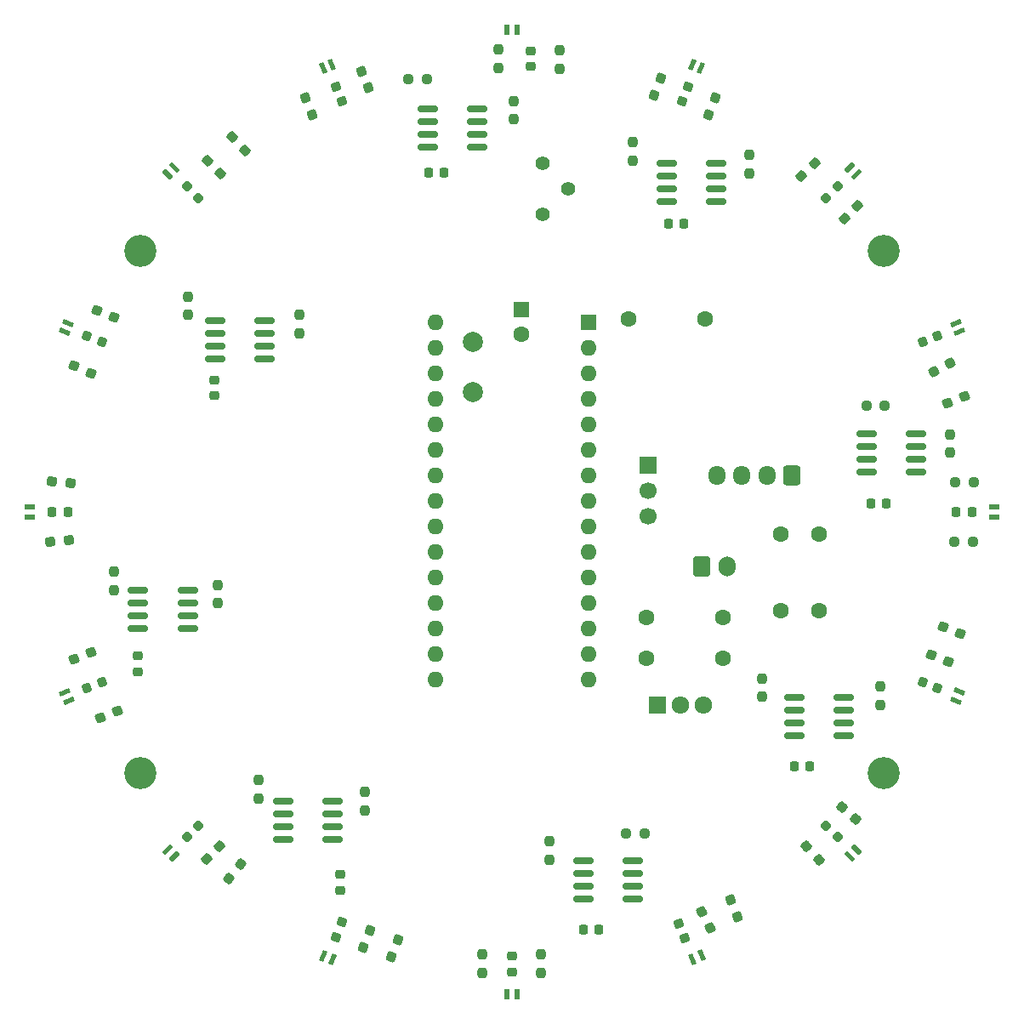
<source format=gbr>
%TF.GenerationSoftware,KiCad,Pcbnew,9.0.6-9.0.6~ubuntu22.04.1*%
%TF.CreationDate,2025-11-25T23:45:25+09:00*%
%TF.ProjectId,LineSensor,4c696e65-5365-46e7-936f-722e6b696361,rev?*%
%TF.SameCoordinates,Original*%
%TF.FileFunction,Soldermask,Top*%
%TF.FilePolarity,Negative*%
%FSLAX46Y46*%
G04 Gerber Fmt 4.6, Leading zero omitted, Abs format (unit mm)*
G04 Created by KiCad (PCBNEW 9.0.6-9.0.6~ubuntu22.04.1) date 2025-11-25 23:45:25*
%MOMM*%
%LPD*%
G01*
G04 APERTURE LIST*
G04 Aperture macros list*
%AMRoundRect*
0 Rectangle with rounded corners*
0 $1 Rounding radius*
0 $2 $3 $4 $5 $6 $7 $8 $9 X,Y pos of 4 corners*
0 Add a 4 corners polygon primitive as box body*
4,1,4,$2,$3,$4,$5,$6,$7,$8,$9,$2,$3,0*
0 Add four circle primitives for the rounded corners*
1,1,$1+$1,$2,$3*
1,1,$1+$1,$4,$5*
1,1,$1+$1,$6,$7*
1,1,$1+$1,$8,$9*
0 Add four rect primitives between the rounded corners*
20,1,$1+$1,$2,$3,$4,$5,0*
20,1,$1+$1,$4,$5,$6,$7,0*
20,1,$1+$1,$6,$7,$8,$9,0*
20,1,$1+$1,$8,$9,$2,$3,0*%
G04 Aperture macros list end*
%ADD10RoundRect,0.250000X-0.600000X-0.750000X0.600000X-0.750000X0.600000X0.750000X-0.600000X0.750000X0*%
%ADD11O,1.700000X2.000000*%
%ADD12RoundRect,0.237500X-0.123751X0.321857X-0.315092X-0.140083X0.123751X-0.321857X0.315092X0.140083X0*%
%ADD13RoundRect,0.069150X-0.161350X0.480850X-0.161350X-0.480850X0.161350X-0.480850X0.161350X0.480850X0*%
%ADD14RoundRect,0.072450X-0.169050X0.477550X-0.169050X-0.477550X0.169050X-0.477550X0.169050X0.477550X0*%
%ADD15RoundRect,0.218750X-0.335876X-0.026517X-0.026517X-0.335876X0.335876X0.026517X0.026517X0.335876X0*%
%ADD16RoundRect,0.218750X-0.319536X0.106829X-0.155646X-0.298814X0.319536X-0.106829X0.155646X0.298814X0*%
%ADD17RoundRect,0.237500X0.008839X0.344715X-0.344715X-0.008839X-0.008839X-0.344715X0.344715X0.008839X0*%
%ADD18RoundRect,0.237500X0.313858X-0.142827X0.126555X0.320765X-0.313858X0.142827X-0.126555X-0.320765X0*%
%ADD19RoundRect,0.237500X-0.250000X-0.237500X0.250000X-0.237500X0.250000X0.237500X-0.250000X0.237500X0*%
%ADD20RoundRect,0.069150X-0.505993X0.034945X0.382502X-0.333081X0.505993X-0.034945X-0.382502X0.333081X0*%
%ADD21RoundRect,0.072450X-0.505891X0.026569X0.376506X-0.338932X0.505891X-0.026569X-0.376506X0.338932X0*%
%ADD22RoundRect,0.225000X0.225000X0.250000X-0.225000X0.250000X-0.225000X-0.250000X0.225000X-0.250000X0*%
%ADD23RoundRect,0.237500X-0.315092X0.140083X-0.123751X-0.321857X0.315092X-0.140083X0.123751X0.321857X0*%
%ADD24RoundRect,0.237500X0.123751X-0.321857X0.315092X0.140083X-0.123751X0.321857X-0.315092X-0.140083X0*%
%ADD25RoundRect,0.237500X-0.237500X0.250000X-0.237500X-0.250000X0.237500X-0.250000X0.237500X0.250000X0*%
%ADD26RoundRect,0.069150X-0.333081X0.382502X0.034945X-0.505993X0.333081X-0.382502X-0.034945X0.505993X0*%
%ADD27RoundRect,0.072450X-0.338932X0.376506X0.026569X-0.505891X0.338932X-0.376506X-0.026569X0.505891X0*%
%ADD28RoundRect,0.069150X0.382502X0.333081X-0.505993X-0.034945X-0.382502X-0.333081X0.505993X0.034945X0*%
%ADD29RoundRect,0.072450X0.376506X0.338932X-0.505891X-0.026569X-0.376506X-0.338932X0.505891X0.026569X0*%
%ADD30RoundRect,0.237500X-0.269748X-0.214807X0.228349X-0.258385X0.269748X0.214807X-0.228349X0.258385X0*%
%ADD31RoundRect,0.069150X0.333081X-0.382502X-0.034945X0.505993X-0.333081X0.382502X0.034945X-0.505993X0*%
%ADD32RoundRect,0.072450X0.338932X-0.376506X-0.026569X0.505891X-0.338932X0.376506X0.026569X-0.505891X0*%
%ADD33RoundRect,0.069150X-0.454104X0.225921X0.225921X-0.454104X0.454104X-0.225921X-0.225921X0.454104X0*%
%ADD34RoundRect,0.072450X-0.457215X0.218142X0.218142X-0.457215X0.457215X-0.218142X-0.218142X0.457215X0*%
%ADD35RoundRect,0.150000X-0.825000X-0.150000X0.825000X-0.150000X0.825000X0.150000X-0.825000X0.150000X0*%
%ADD36RoundRect,0.218750X0.256250X-0.218750X0.256250X0.218750X-0.256250X0.218750X-0.256250X-0.218750X0*%
%ADD37RoundRect,0.218750X0.104036X0.320456X-0.300161X0.153032X-0.104036X-0.320456X0.300161X-0.153032X0*%
%ADD38RoundRect,0.237500X-0.140083X-0.315092X0.321857X-0.123751X0.140083X0.315092X-0.321857X0.123751X0*%
%ADD39RoundRect,0.218750X-0.256250X0.218750X-0.256250X-0.218750X0.256250X-0.218750X0.256250X0.218750X0*%
%ADD40RoundRect,0.237500X0.250000X0.237500X-0.250000X0.237500X-0.250000X-0.237500X0.250000X-0.237500X0*%
%ADD41RoundRect,0.218750X0.153032X-0.300161X0.320456X0.104036X-0.153032X0.300161X-0.320456X-0.104036X0*%
%ADD42RoundRect,0.218750X-0.104036X-0.320456X0.300161X-0.153032X0.104036X0.320456X-0.300161X0.153032X0*%
%ADD43RoundRect,0.237500X-0.321857X-0.123751X0.140083X-0.315092X0.321857X0.123751X-0.140083X0.315092X0*%
%ADD44RoundRect,0.225000X0.250000X-0.225000X0.250000X0.225000X-0.250000X0.225000X-0.250000X-0.225000X0*%
%ADD45RoundRect,0.218750X-0.218750X-0.256250X0.218750X-0.256250X0.218750X0.256250X-0.218750X0.256250X0*%
%ADD46RoundRect,0.237500X-0.008839X-0.344715X0.344715X0.008839X0.008839X0.344715X-0.344715X-0.008839X0*%
%ADD47RoundRect,0.069150X0.161350X-0.480850X0.161350X0.480850X-0.161350X0.480850X-0.161350X-0.480850X0*%
%ADD48RoundRect,0.072450X0.169050X-0.477550X0.169050X0.477550X-0.169050X0.477550X-0.169050X-0.477550X0*%
%ADD49RoundRect,0.237500X0.321857X0.123751X-0.140083X0.315092X-0.321857X-0.123751X0.140083X-0.315092X0*%
%ADD50RoundRect,0.237500X0.237500X-0.250000X0.237500X0.250000X-0.237500X0.250000X-0.237500X-0.250000X0*%
%ADD51RoundRect,0.069150X-0.034945X-0.505993X0.333081X0.382502X0.034945X0.505993X-0.333081X-0.382502X0*%
%ADD52RoundRect,0.072450X-0.026569X-0.505891X0.338932X0.376506X0.026569X0.505891X-0.338932X-0.376506X0*%
%ADD53RoundRect,0.237500X0.021239X-0.344173X0.342632X0.038849X-0.021239X0.344173X-0.342632X-0.038849X0*%
%ADD54C,3.200000*%
%ADD55RoundRect,0.069150X0.480850X0.161350X-0.480850X0.161350X-0.480850X-0.161350X0.480850X-0.161350X0*%
%ADD56RoundRect,0.072450X0.477550X0.169050X-0.477550X0.169050X-0.477550X-0.169050X0.477550X-0.169050X0*%
%ADD57RoundRect,0.237500X0.343780X-0.026868X0.009214X0.344705X-0.343780X0.026868X-0.009214X-0.344705X0*%
%ADD58RoundRect,0.237500X-0.344715X0.008839X0.008839X-0.344715X0.344715X-0.008839X-0.008839X0.344715X0*%
%ADD59RoundRect,0.069150X-0.480850X-0.161350X0.480850X-0.161350X0.480850X0.161350X-0.480850X0.161350X0*%
%ADD60RoundRect,0.072450X-0.477550X-0.169050X0.477550X-0.169050X0.477550X0.169050X-0.477550X0.169050X0*%
%ADD61RoundRect,0.218750X0.300161X0.153032X-0.104036X0.320456X-0.300161X-0.153032X0.104036X-0.320456X0*%
%ADD62RoundRect,0.069150X0.505993X-0.034945X-0.382502X0.333081X-0.505993X0.034945X0.382502X-0.333081X0*%
%ADD63RoundRect,0.072450X0.505891X-0.026569X-0.376506X0.338932X-0.505891X0.026569X0.376506X-0.338932X0*%
%ADD64RoundRect,0.237500X0.140083X0.315092X-0.321857X0.123751X-0.140083X-0.315092X0.321857X-0.123751X0*%
%ADD65RoundRect,0.237500X-0.228349X-0.258385X0.269748X-0.214807X0.228349X0.258385X-0.269748X0.214807X0*%
%ADD66RoundRect,0.069150X-0.382502X-0.333081X0.505993X0.034945X0.382502X0.333081X-0.505993X-0.034945X0*%
%ADD67RoundRect,0.072450X-0.376506X-0.338932X0.505891X0.026569X0.376506X0.338932X-0.505891X-0.026569X0*%
%ADD68RoundRect,0.218750X-0.300161X-0.153032X0.104036X-0.320456X0.300161X0.153032X-0.104036X0.320456X0*%
%ADD69RoundRect,0.069150X0.225921X0.454104X-0.454104X-0.225921X-0.225921X-0.454104X0.454104X0.225921X0*%
%ADD70RoundRect,0.072450X0.218142X0.457215X-0.457215X-0.218142X-0.218142X-0.457215X0.457215X0.218142X0*%
%ADD71RoundRect,0.225000X-0.225000X-0.250000X0.225000X-0.250000X0.225000X0.250000X-0.225000X0.250000X0*%
%ADD72RoundRect,0.237500X0.344173X0.021239X-0.038849X0.342632X-0.344173X-0.021239X0.038849X-0.342632X0*%
%ADD73RoundRect,0.069150X-0.225921X-0.454104X0.454104X0.225921X0.225921X0.454104X-0.454104X-0.225921X0*%
%ADD74RoundRect,0.072450X-0.218142X-0.457215X0.457215X0.218142X0.218142X0.457215X-0.457215X-0.218142X0*%
%ADD75RoundRect,0.237500X0.112087X0.326102X-0.331418X0.095228X-0.112087X-0.326102X0.331418X-0.095228X0*%
%ADD76RoundRect,0.218750X-0.153032X0.300161X-0.320456X-0.104036X0.153032X-0.300161X0.320456X0.104036X0*%
%ADD77RoundRect,0.218750X0.026517X-0.335876X0.335876X-0.026517X-0.026517X0.335876X-0.335876X0.026517X0*%
%ADD78RoundRect,0.237500X0.326102X-0.112087X0.095228X0.331418X-0.326102X0.112087X-0.095228X-0.331418X0*%
%ADD79RoundRect,0.218750X0.218750X0.256250X-0.218750X0.256250X-0.218750X-0.256250X0.218750X-0.256250X0*%
%ADD80RoundRect,0.218750X-0.026517X0.335876X-0.335876X0.026517X0.026517X-0.335876X0.335876X-0.026517X0*%
%ADD81RoundRect,0.218750X0.335876X0.026517X0.026517X0.335876X-0.335876X-0.026517X-0.026517X-0.335876X0*%
%ADD82RoundRect,0.218750X0.320456X-0.104036X0.153032X0.300161X-0.320456X0.104036X-0.153032X-0.300161X0*%
%ADD83RoundRect,0.069150X0.454104X-0.225921X-0.225921X0.454104X-0.454104X0.225921X0.225921X-0.454104X0*%
%ADD84RoundRect,0.072450X0.457215X-0.218142X-0.218142X0.457215X-0.457215X0.218142X0.218142X-0.457215X0*%
%ADD85RoundRect,0.069150X0.034945X0.505993X-0.333081X-0.382502X-0.034945X-0.505993X0.333081X0.382502X0*%
%ADD86RoundRect,0.072450X0.026569X0.505891X-0.338932X-0.376506X-0.026569X-0.505891X0.338932X0.376506X0*%
%ADD87R,1.700000X1.700000*%
%ADD88C,1.700000*%
%ADD89C,1.600000*%
%ADD90RoundRect,0.250000X-0.550000X0.550000X-0.550000X-0.550000X0.550000X-0.550000X0.550000X0.550000X0*%
%ADD91RoundRect,0.250000X0.600000X0.725000X-0.600000X0.725000X-0.600000X-0.725000X0.600000X-0.725000X0*%
%ADD92O,1.700000X1.950000*%
%ADD93R,1.600000X1.600000*%
%ADD94O,1.600000X1.600000*%
%ADD95C,1.400000*%
%ADD96C,2.000000*%
%ADD97R,1.717500X1.800000*%
%ADD98O,1.717500X1.800000*%
G04 APERTURE END LIST*
D10*
%TO.C,J2*%
X168900000Y-105400000D03*
D11*
X171400000Y-105400000D03*
%TD*%
D12*
%TO.C,R15*%
X164798398Y-56813918D03*
X164100000Y-58500000D03*
%TD*%
D13*
%TO.C,Q13*%
X149520500Y-148000000D03*
D14*
X150498500Y-148000000D03*
%TD*%
D15*
%TO.C,D34*%
X181262958Y-131262958D03*
X182376652Y-132376652D03*
%TD*%
D16*
%TO.C,D45*%
X166562294Y-140993116D03*
X167152300Y-142453430D03*
%TD*%
D17*
%TO.C,R16*%
X180100000Y-65300000D03*
X178809530Y-66590470D03*
%TD*%
D18*
%TO.C,R18*%
X172463000Y-140280000D03*
X171779342Y-138587890D03*
%TD*%
D19*
%TO.C,R22*%
X139675000Y-56900000D03*
X141500000Y-56900000D03*
%TD*%
D20*
%TO.C,Q16*%
X194162721Y-118811805D03*
D21*
X194536986Y-117908251D03*
%TD*%
D22*
%TO.C,C10*%
X158648226Y-141620423D03*
X157098226Y-141620423D03*
%TD*%
D23*
%TO.C,R10*%
X129401602Y-58813920D03*
X130100000Y-60500000D03*
%TD*%
D24*
%TO.C,R39*%
X135189407Y-143363307D03*
X135887805Y-141677227D03*
%TD*%
D25*
%TO.C,R21*%
X150200000Y-59100000D03*
X150200000Y-60925000D03*
%TD*%
D26*
%TO.C,Q14*%
X167926805Y-144529715D03*
D27*
X168830359Y-144155450D03*
%TD*%
D28*
%TO.C,Q2*%
X105470285Y-117925805D03*
D29*
X105844550Y-118829359D03*
%TD*%
D25*
%TO.C,R27*%
X193600000Y-92275000D03*
X193600000Y-94100000D03*
%TD*%
D30*
%TO.C,R44*%
X104200000Y-96999999D03*
X106018056Y-97159059D03*
%TD*%
D31*
%TO.C,Q10*%
X132074195Y-55470285D03*
D32*
X131170641Y-55844550D03*
%TD*%
D33*
%TO.C,Q15*%
X183602067Y-134280183D03*
D34*
X184293618Y-133588632D03*
%TD*%
D35*
%TO.C,U8*%
X165403000Y-65278000D03*
X165403000Y-66548000D03*
X165403000Y-67818000D03*
X165403000Y-69088000D03*
X170353000Y-69088000D03*
X170353000Y-67818000D03*
X170353000Y-66548000D03*
X170353000Y-65278000D03*
%TD*%
D36*
%TO.C,D36*%
X151827000Y-55655000D03*
X151827000Y-54080000D03*
%TD*%
D37*
%TO.C,D41*%
X109152976Y-116919391D03*
X107697866Y-117522117D03*
%TD*%
D38*
%TO.C,R3*%
X109013920Y-120498398D03*
X110700000Y-119800000D03*
%TD*%
D25*
%TO.C,R25*%
X173585000Y-64488000D03*
X173585000Y-66313000D03*
%TD*%
D39*
%TO.C,D44*%
X150000000Y-144212500D03*
X150000000Y-145787500D03*
%TD*%
D40*
%TO.C,R36*%
X195840500Y-102981000D03*
X194015500Y-102981000D03*
%TD*%
D41*
%TO.C,D49*%
X166919391Y-59152976D03*
X167522117Y-57697866D03*
%TD*%
D35*
%TO.C,U6*%
X141567000Y-59872000D03*
X141567000Y-61142000D03*
X141567000Y-62412000D03*
X141567000Y-63682000D03*
X146517000Y-63682000D03*
X146517000Y-62412000D03*
X146517000Y-61142000D03*
X146517000Y-59872000D03*
%TD*%
D25*
%TO.C,R29*%
X153708000Y-132781000D03*
X153708000Y-134606000D03*
%TD*%
%TO.C,R5*%
X135378000Y-127868000D03*
X135378000Y-129693000D03*
%TD*%
D42*
%TO.C,D47*%
X190847024Y-83080609D03*
X192302134Y-82477883D03*
%TD*%
D43*
%TO.C,R12*%
X106425960Y-85486801D03*
X108112040Y-86185199D03*
%TD*%
D35*
%TO.C,U9*%
X157075000Y-134701000D03*
X157075000Y-135971000D03*
X157075000Y-137241000D03*
X157075000Y-138511000D03*
X162025000Y-138511000D03*
X162025000Y-137241000D03*
X162025000Y-135971000D03*
X162025000Y-134701000D03*
%TD*%
D22*
%TO.C,C8*%
X143250000Y-66200000D03*
X141700000Y-66200000D03*
%TD*%
D44*
%TO.C,C6*%
X132900000Y-137650000D03*
X132900000Y-136100000D03*
%TD*%
D25*
%TO.C,R7*%
X120720000Y-107267500D03*
X120720000Y-109092500D03*
%TD*%
D45*
%TO.C,D46*%
X194212500Y-100000000D03*
X195787500Y-100000000D03*
%TD*%
D25*
%TO.C,R26*%
X162000000Y-63200000D03*
X162000000Y-65025000D03*
%TD*%
D35*
%TO.C,U5*%
X120425000Y-80995000D03*
X120425000Y-82265000D03*
X120425000Y-83535000D03*
X120425000Y-84805000D03*
X125375000Y-84805000D03*
X125375000Y-83535000D03*
X125375000Y-82265000D03*
X125375000Y-80995000D03*
%TD*%
D46*
%TO.C,R46*%
X119609530Y-134590470D03*
X120900000Y-133300000D03*
%TD*%
D47*
%TO.C,Q9*%
X150479500Y-52000000D03*
D48*
X149501500Y-52000000D03*
%TD*%
D49*
%TO.C,R56*%
X193400000Y-114900000D03*
X191713920Y-114201602D03*
%TD*%
D25*
%TO.C,R8*%
X110402000Y-105949500D03*
X110402000Y-107774500D03*
%TD*%
D50*
%TO.C,R38*%
X147032000Y-145894000D03*
X147032000Y-144069000D03*
%TD*%
%TO.C,R17*%
X152876000Y-145869000D03*
X152876000Y-144044000D03*
%TD*%
D24*
%TO.C,R1*%
X137948801Y-144309040D03*
X138647199Y-142622960D03*
%TD*%
D51*
%TO.C,Q8*%
X168811805Y-55837279D03*
D52*
X167908251Y-55463014D03*
%TD*%
D53*
%TO.C,R2*%
X121826912Y-136498032D03*
X123000000Y-135100000D03*
%TD*%
D44*
%TO.C,C5*%
X112700000Y-115900000D03*
X112700000Y-114350000D03*
%TD*%
D25*
%TO.C,R40*%
X154717000Y-54036500D03*
X154717000Y-55861500D03*
%TD*%
D54*
%TO.C,H1*%
X187000000Y-126000000D03*
%TD*%
D55*
%TO.C,Q1*%
X102000000Y-99520500D03*
D56*
X102000000Y-100498500D03*
%TD*%
D57*
%TO.C,R55*%
X180521164Y-134656240D03*
X179300000Y-133300000D03*
%TD*%
D58*
%TO.C,R42*%
X119700000Y-65000000D03*
X120990470Y-66290470D03*
%TD*%
D59*
%TO.C,Q5*%
X198000000Y-100479500D03*
D60*
X198000000Y-99501500D03*
%TD*%
D61*
%TO.C,D39*%
X109152976Y-83080609D03*
X107697866Y-82477883D03*
%TD*%
D62*
%TO.C,Q12*%
X105837279Y-81188195D03*
D63*
X105463014Y-82091749D03*
%TD*%
D25*
%TO.C,R23*%
X128800199Y-80385460D03*
X128800199Y-82210460D03*
%TD*%
D64*
%TO.C,R14*%
X195000000Y-88500000D03*
X193313920Y-89198398D03*
%TD*%
D35*
%TO.C,U2*%
X178066000Y-118458000D03*
X178066000Y-119728000D03*
X178066000Y-120998000D03*
X178066000Y-122268000D03*
X183016000Y-122268000D03*
X183016000Y-120998000D03*
X183016000Y-119728000D03*
X183016000Y-118458000D03*
%TD*%
D65*
%TO.C,R4*%
X104042944Y-102962060D03*
X105861000Y-102803000D03*
%TD*%
D19*
%TO.C,R30*%
X161375000Y-132000000D03*
X163200000Y-132000000D03*
%TD*%
D12*
%TO.C,R33*%
X170250398Y-58781920D03*
X169552000Y-60468000D03*
%TD*%
D66*
%TO.C,Q6*%
X194529715Y-82074195D03*
D67*
X194155450Y-81170641D03*
%TD*%
D68*
%TO.C,D35*%
X190847024Y-116919391D03*
X192302134Y-117522117D03*
%TD*%
D69*
%TO.C,Q3*%
X115719817Y-133602067D03*
D70*
X116411368Y-134293618D03*
%TD*%
D35*
%TO.C,U7*%
X185262077Y-92224057D03*
X185262077Y-93494057D03*
X185262077Y-94764057D03*
X185262077Y-96034057D03*
X190212077Y-96034057D03*
X190212077Y-94764057D03*
X190212077Y-93494057D03*
X190212077Y-92224057D03*
%TD*%
D71*
%TO.C,C4*%
X178111601Y-125335796D03*
X179661601Y-125335796D03*
%TD*%
D58*
%TO.C,R11*%
X122109530Y-62709530D03*
X123400000Y-64000000D03*
%TD*%
D22*
%TO.C,C11*%
X187275000Y-99200000D03*
X185725000Y-99200000D03*
%TD*%
D49*
%TO.C,R20*%
X194600000Y-112100000D03*
X192913920Y-111401602D03*
%TD*%
D23*
%TO.C,R41*%
X135001602Y-56113920D03*
X135700000Y-57800000D03*
%TD*%
D72*
%TO.C,R19*%
X184200000Y-130600000D03*
X182801968Y-129426912D03*
%TD*%
D73*
%TO.C,Q7*%
X184280183Y-66397933D03*
D74*
X183588632Y-65706382D03*
%TD*%
D46*
%TO.C,R34*%
X183109530Y-70790470D03*
X184400000Y-69500000D03*
%TD*%
D75*
%TO.C,R35*%
X193618794Y-85157308D03*
X192000000Y-86000000D03*
%TD*%
D38*
%TO.C,R45*%
X106413920Y-114698398D03*
X108100000Y-114000000D03*
%TD*%
D76*
%TO.C,D43*%
X133080609Y-140847024D03*
X132477883Y-142302134D03*
%TD*%
D77*
%TO.C,D48*%
X181262958Y-68737042D03*
X182376652Y-67623348D03*
%TD*%
D40*
%TO.C,R28*%
X187100000Y-89400000D03*
X185275000Y-89400000D03*
%TD*%
D25*
%TO.C,R6*%
X124795000Y-126678000D03*
X124795000Y-128503000D03*
%TD*%
D35*
%TO.C,U3*%
X112743000Y-107791000D03*
X112743000Y-109061000D03*
X112743000Y-110331000D03*
X112743000Y-111601000D03*
X117693000Y-111601000D03*
X117693000Y-110331000D03*
X117693000Y-109061000D03*
X117693000Y-107791000D03*
%TD*%
D54*
%TO.C,H4*%
X187000000Y-74000000D03*
%TD*%
D25*
%TO.C,R9*%
X148612000Y-53976500D03*
X148612000Y-55801500D03*
%TD*%
D44*
%TO.C,C7*%
X120400000Y-88400000D03*
X120400000Y-86850000D03*
%TD*%
D78*
%TO.C,R37*%
X169721346Y-141409397D03*
X168878654Y-139790603D03*
%TD*%
D79*
%TO.C,D40*%
X105787500Y-100000000D03*
X104212500Y-100000000D03*
%TD*%
D35*
%TO.C,U4*%
X127217000Y-128782000D03*
X127217000Y-130052000D03*
X127217000Y-131322000D03*
X127217000Y-132592000D03*
X132167000Y-132592000D03*
X132167000Y-131322000D03*
X132167000Y-130052000D03*
X132167000Y-128782000D03*
%TD*%
D40*
%TO.C,R13*%
X195958500Y-97048000D03*
X194133500Y-97048000D03*
%TD*%
D80*
%TO.C,D42*%
X118737042Y-131262958D03*
X117623348Y-132376652D03*
%TD*%
D81*
%TO.C,D38*%
X118737042Y-68737042D03*
X117623348Y-67623348D03*
%TD*%
D82*
%TO.C,D37*%
X133080609Y-59152976D03*
X132477883Y-57697866D03*
%TD*%
D25*
%TO.C,R24*%
X117700000Y-78575000D03*
X117700000Y-80400000D03*
%TD*%
D83*
%TO.C,Q11*%
X116397933Y-65719817D03*
D84*
X115706382Y-66411368D03*
%TD*%
D22*
%TO.C,C9*%
X167121000Y-71327000D03*
X165571000Y-71327000D03*
%TD*%
D54*
%TO.C,H2*%
X113000000Y-126000000D03*
%TD*%
%TO.C,H3*%
X113000000Y-74000000D03*
%TD*%
D85*
%TO.C,Q4*%
X131189195Y-144162721D03*
D86*
X132092749Y-144536986D03*
%TD*%
D25*
%TO.C,R31*%
X174881338Y-116597540D03*
X174881338Y-118422540D03*
%TD*%
D43*
%TO.C,R43*%
X108694920Y-79921602D03*
X110381000Y-80620000D03*
%TD*%
D25*
%TO.C,R32*%
X186612537Y-117367998D03*
X186612537Y-119193000D03*
%TD*%
D87*
%TO.C,SW2*%
X163534000Y-95315000D03*
D88*
X163534000Y-97855000D03*
X163534000Y-100395000D03*
%TD*%
D89*
%TO.C,R84*%
X163380000Y-110500000D03*
X171000000Y-110500000D03*
%TD*%
D90*
%TO.C,C2*%
X150961000Y-79852000D03*
D89*
X150961000Y-82352000D03*
%TD*%
D91*
%TO.C,J1*%
X177861000Y-96407000D03*
D92*
X175361000Y-96407000D03*
X172861000Y-96407000D03*
X170361000Y-96407000D03*
%TD*%
D93*
%TO.C,A1*%
X157610000Y-81109000D03*
D94*
X157610000Y-83649000D03*
X157610000Y-86189000D03*
X157610000Y-88729000D03*
X157610000Y-91269000D03*
X157610000Y-93809000D03*
X157610000Y-96349000D03*
X157610000Y-98889000D03*
X157610000Y-101429000D03*
X157610000Y-103969000D03*
X157610000Y-106509000D03*
X157610000Y-109049000D03*
X157610000Y-111589000D03*
X157610000Y-114129000D03*
X157610000Y-116669000D03*
X142370000Y-116669000D03*
X142370000Y-114129000D03*
X142370000Y-111589000D03*
X142370000Y-109049000D03*
X142370000Y-106509000D03*
X142370000Y-103969000D03*
X142370000Y-101429000D03*
X142370000Y-98889000D03*
X142370000Y-96349000D03*
X142370000Y-93809000D03*
X142370000Y-91269000D03*
X142370000Y-88729000D03*
X142370000Y-86189000D03*
X142370000Y-83649000D03*
X142370000Y-81109000D03*
%TD*%
D89*
%TO.C,R51*%
X180593000Y-102230000D03*
X180592999Y-109850000D03*
%TD*%
D95*
%TO.C,RV1*%
X153000000Y-65260000D03*
X155540000Y-67800000D03*
X153000000Y-70340000D03*
%TD*%
D96*
%TO.C,C3*%
X146081000Y-88082000D03*
X146081000Y-83082000D03*
%TD*%
D89*
%TO.C,R50*%
X176750000Y-109820000D03*
X176750000Y-102200000D03*
%TD*%
%TO.C,R49*%
X169229000Y-80758000D03*
X161609000Y-80758000D03*
%TD*%
%TO.C,R85*%
X171000000Y-114600000D03*
X163380000Y-114600000D03*
%TD*%
D97*
%TO.C,Q17*%
X164500000Y-119200000D03*
D98*
X166790000Y-119200000D03*
X169080000Y-119200000D03*
%TD*%
M02*

</source>
